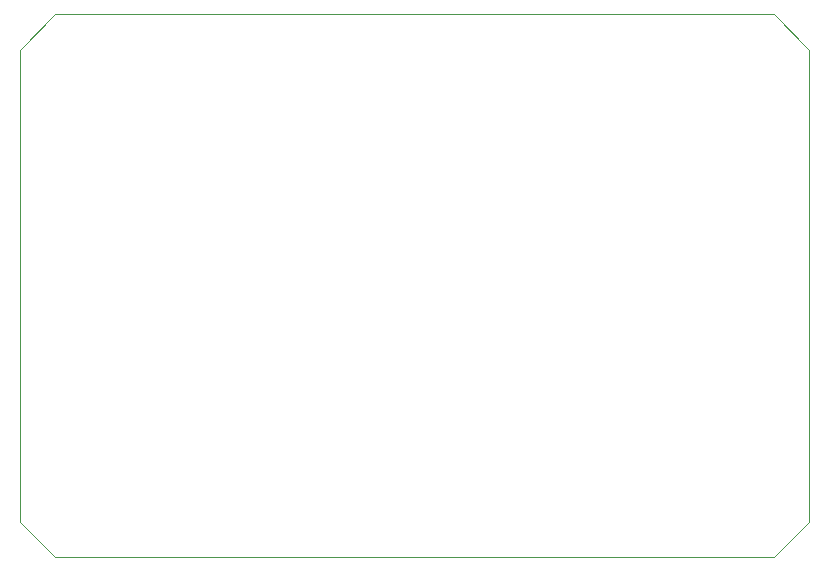
<source format=gbr>
%TF.GenerationSoftware,KiCad,Pcbnew,8.0.4*%
%TF.CreationDate,2024-08-01T20:05:25+05:30*%
%TF.ProjectId,Atmega32,41746d65-6761-4333-922e-6b696361645f,rev?*%
%TF.SameCoordinates,Original*%
%TF.FileFunction,Profile,NP*%
%FSLAX46Y46*%
G04 Gerber Fmt 4.6, Leading zero omitted, Abs format (unit mm)*
G04 Created by KiCad (PCBNEW 8.0.4) date 2024-08-01 20:05:25*
%MOMM*%
%LPD*%
G01*
G04 APERTURE LIST*
%TA.AperFunction,Profile*%
%ADD10C,0.050000*%
%TD*%
G04 APERTURE END LIST*
D10*
X130810000Y-39068000D02*
X130810000Y-79042000D01*
X133810000Y-36068000D02*
X130810000Y-39068000D01*
X197612000Y-39068000D02*
X197612000Y-79042000D01*
X194612000Y-82042000D02*
X197612000Y-79042000D01*
X133810000Y-82042000D02*
X194612000Y-82042000D01*
X194612000Y-36068000D02*
X197612000Y-39068000D01*
X133810000Y-36068000D02*
X194612000Y-36068000D01*
X133810000Y-82042000D02*
X130810000Y-79042000D01*
M02*

</source>
